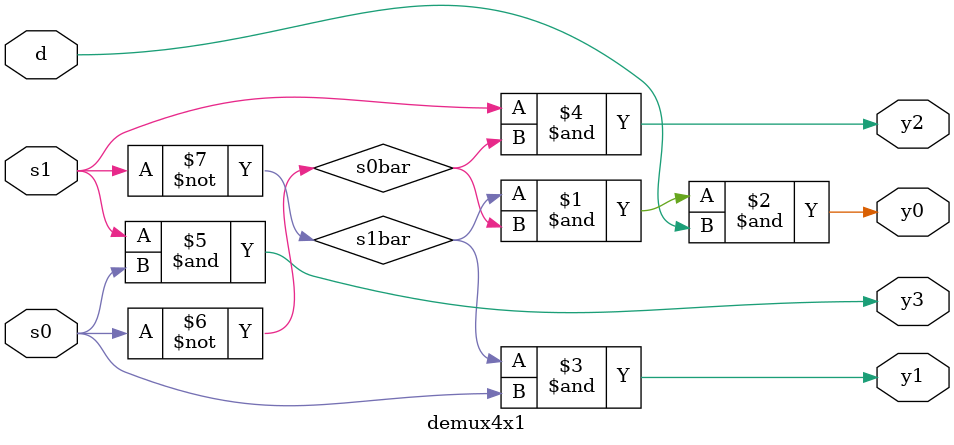
<source format=v>
module demux4x1(d,s1,s0,y0,y1,y2,y3);
  input d,s1,s0;
  output y0,y1,y2,y3;
  not(s0bar,s0);
  not(s1bar,s1);
  and(y0,s1bar,s0bar,d);
  and(y1,s1bar,s0);
  and(y2,s1,s0bar);
  and(y3,s1,s0);
endmodule

</source>
